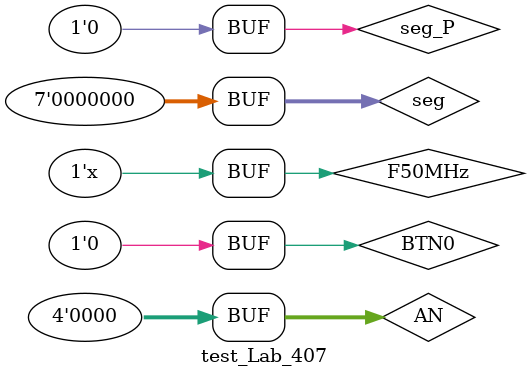
<source format=v>
`timescale 1ns / 1ps


module test_Lab_407;

	// Inputs
	reg F50MHz;
	reg [3:0] AN;
	reg [6:0] seg;
	reg seg_P;
	reg BTN0;

	// Instantiate the Unit Under Test (UUT)
	Lab_407 uut (
		.F50MHz(F50MHz), 
		.AN(AN), 
		.seg(seg), 
		.seg_P(seg_P), 
		.BTN0(BTN0)
	);

	initial begin
		// Initialize Inputs
		F50MHz = 0;
		AN = 0;
		seg = 0;
		seg_P = 0;
		BTN0 = 0;

		// Wait 100 ns for global reset to finish
		#100;
        
		BTN0 = 1;
		#20;
		BTN0 = 0;
		// Add stimulus here

	end
	
	always begin
		F50MHz = !F50MHz;
		#10;
	end

endmodule


</source>
